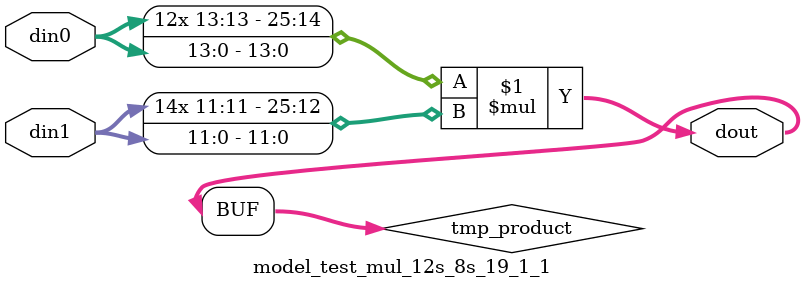
<source format=v>

`timescale 1 ns / 1 ps

  module model_test_mul_12s_8s_19_1_1(din0, din1, dout);
parameter ID = 1;
parameter NUM_STAGE = 0;
parameter din0_WIDTH = 14;
parameter din1_WIDTH = 12;
parameter dout_WIDTH = 26;

input [din0_WIDTH - 1 : 0] din0; 
input [din1_WIDTH - 1 : 0] din1; 
output [dout_WIDTH - 1 : 0] dout;

wire signed [dout_WIDTH - 1 : 0] tmp_product;













assign tmp_product = $signed(din0) * $signed(din1);








assign dout = tmp_product;







endmodule

</source>
